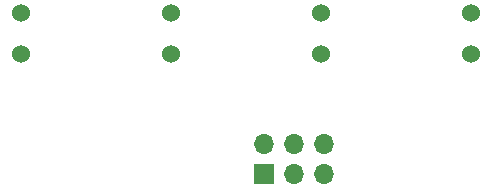
<source format=gbr>
%TF.GenerationSoftware,KiCad,Pcbnew,8.0.3*%
%TF.CreationDate,2024-08-21T15:11:05-06:00*%
%TF.ProjectId,LED_board,4c45445f-626f-4617-9264-2e6b69636164,rev?*%
%TF.SameCoordinates,Original*%
%TF.FileFunction,Copper,L1,Top*%
%TF.FilePolarity,Positive*%
%FSLAX46Y46*%
G04 Gerber Fmt 4.6, Leading zero omitted, Abs format (unit mm)*
G04 Created by KiCad (PCBNEW 8.0.3) date 2024-08-21 15:11:05*
%MOMM*%
%LPD*%
G01*
G04 APERTURE LIST*
%TA.AperFunction,ComponentPad*%
%ADD10R,1.700000X1.700000*%
%TD*%
%TA.AperFunction,ComponentPad*%
%ADD11O,1.700000X1.700000*%
%TD*%
%TA.AperFunction,ComponentPad*%
%ADD12C,1.524000*%
%TD*%
G04 APERTURE END LIST*
D10*
%TO.P,J2,1,Pin_1*%
%TO.N,GND*%
X152649000Y-71135000D03*
D11*
%TO.P,J2,2,Pin_2*%
X152649000Y-68595000D03*
%TO.P,J2,3,Pin_3*%
%TO.N,Net-(D2-A)*%
X155189000Y-71135000D03*
%TO.P,J2,4,Pin_4*%
%TO.N,Net-(D3-A)*%
X155189000Y-68595000D03*
%TO.P,J2,5,Pin_5*%
%TO.N,Net-(D1-A)*%
X157729000Y-71135000D03*
%TO.P,J2,6,Pin_6*%
%TO.N,Net-(D4-A)*%
X157729000Y-68595000D03*
%TD*%
D12*
%TO.P,D4,1,K*%
%TO.N,GND*%
X170180000Y-57460000D03*
%TO.P,D4,2,A*%
%TO.N,Net-(D4-A)*%
X170180000Y-60960000D03*
%TD*%
%TO.P,D3,1,K*%
%TO.N,GND*%
X157480000Y-57460000D03*
%TO.P,D3,2,A*%
%TO.N,Net-(D3-A)*%
X157480000Y-60960000D03*
%TD*%
%TO.P,D2,1,K*%
%TO.N,GND*%
X144780000Y-57460000D03*
%TO.P,D2,2,A*%
%TO.N,Net-(D2-A)*%
X144780000Y-60960000D03*
%TD*%
%TO.P,D1,1,K*%
%TO.N,GND*%
X132080000Y-57460000D03*
%TO.P,D1,2,A*%
%TO.N,Net-(D1-A)*%
X132080000Y-60960000D03*
%TD*%
M02*

</source>
